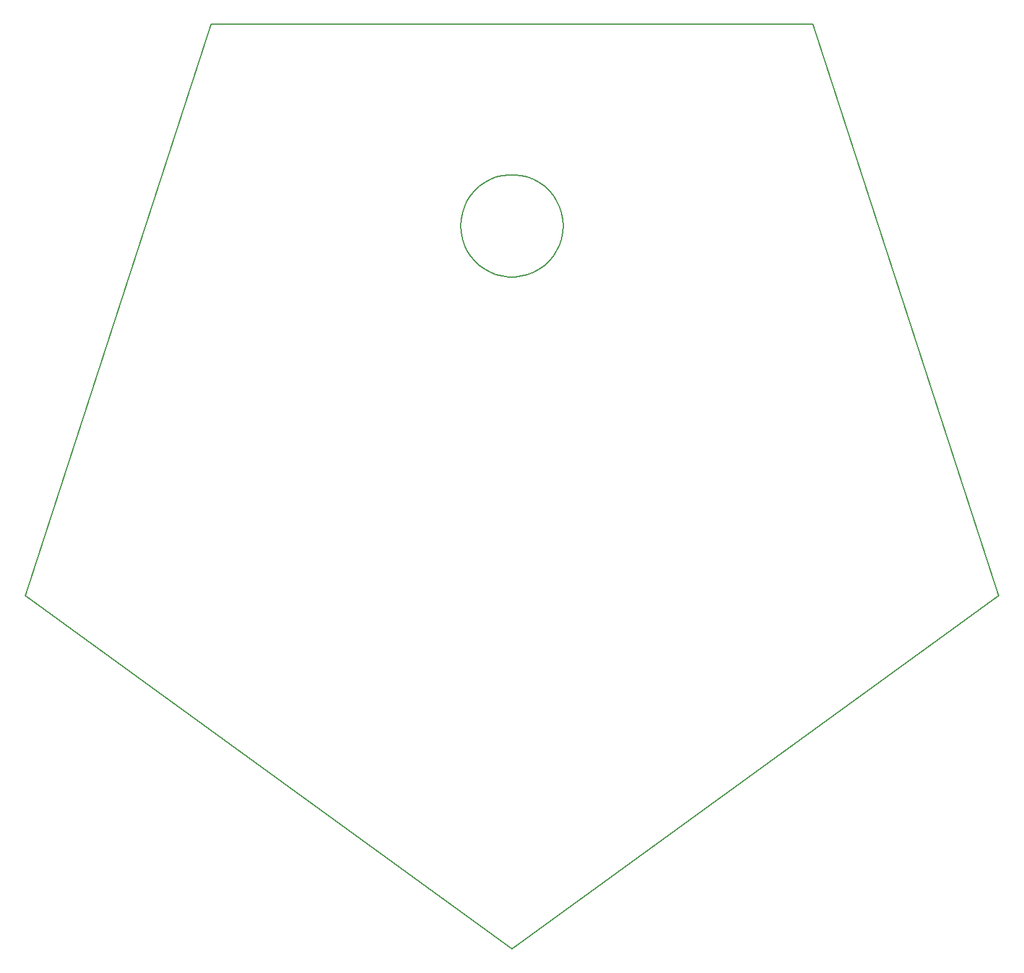
<source format=gm1>
G04 #@! TF.GenerationSoftware,KiCad,Pcbnew,7.0.10-7.0.10~ubuntu23.10.1*
G04 #@! TF.CreationDate,2024-01-06T16:48:24+01:00*
G04 #@! TF.ProjectId,valiant-turtle-2,76616c69-616e-4742-9d74-7572746c652d,rev?*
G04 #@! TF.SameCoordinates,Original*
G04 #@! TF.FileFunction,Profile,NP*
%FSLAX46Y46*%
G04 Gerber Fmt 4.6, Leading zero omitted, Abs format (unit mm)*
G04 Created by KiCad (PCBNEW 7.0.10-7.0.10~ubuntu23.10.1) date 2024-01-06 16:48:24*
%MOMM*%
%LPD*%
G01*
G04 APERTURE LIST*
G04 #@! TA.AperFunction,Profile*
%ADD10C,0.200000*%
G04 #@! TD*
G04 APERTURE END LIST*
D10*
X95546471Y-64302600D02*
X96425529Y-64302600D01*
X98966450Y-77622600D02*
X98149120Y-77946200D01*
X100447960Y-76682400D02*
X99736780Y-77199100D01*
X89205920Y-69548000D02*
X89477580Y-68711900D01*
X89041210Y-70411500D02*
X89205920Y-69548000D01*
X94674340Y-64412800D02*
X95546471Y-64302600D01*
X92235220Y-77199100D02*
X91524040Y-76682400D01*
X93822880Y-64631400D02*
X94674340Y-64412800D01*
X98149120Y-64631400D02*
X98966450Y-64955000D01*
X99736780Y-65378500D02*
X100447960Y-65895200D01*
X102930790Y-70411500D02*
X102986000Y-71288800D01*
X102120140Y-74661100D02*
X101649120Y-75403300D01*
X89851860Y-74661100D02*
X89477580Y-73865700D01*
X93005550Y-77622600D02*
X92235220Y-77199100D01*
X93005550Y-64955000D02*
X93822880Y-64631400D01*
X102494420Y-73865700D02*
X102120140Y-74661100D01*
X101649120Y-67174300D02*
X102120140Y-67916500D01*
X98966450Y-64955000D02*
X99736780Y-65378500D01*
X96425529Y-78275000D02*
X95546471Y-78275000D01*
X102494420Y-68711900D02*
X102766080Y-69548000D01*
X89477580Y-73865700D02*
X89205920Y-73029600D01*
X100447960Y-65895200D02*
X101088770Y-66497000D01*
X97297660Y-78164800D02*
X96425529Y-78275000D01*
X89851860Y-67916500D02*
X90322880Y-67174300D01*
X101088770Y-76080600D02*
X100447960Y-76682400D01*
X98149120Y-77946200D02*
X97297660Y-78164800D01*
X91524040Y-65895200D02*
X92235220Y-65378500D01*
X89477580Y-68711900D02*
X89851860Y-67916500D01*
X162560000Y-121920000D02*
X137131000Y-43657600D01*
X92235220Y-65378500D02*
X93005550Y-64955000D01*
X90322880Y-75403300D02*
X89851860Y-74661100D01*
X29412000Y-121920000D02*
X95986000Y-170288800D01*
X88986000Y-71288800D02*
X89041210Y-70411500D01*
X102766080Y-73029600D02*
X102494420Y-73865700D01*
X90322880Y-67174300D02*
X90883230Y-66497000D01*
X101649120Y-75403300D02*
X101088770Y-76080600D01*
X91524040Y-76682400D02*
X90883230Y-76080600D01*
X137131000Y-43657600D02*
X54841000Y-43657600D01*
X99736780Y-77199100D02*
X98966450Y-77622600D01*
X102120140Y-67916500D02*
X102494420Y-68711900D01*
X54841000Y-43657600D02*
X29412000Y-121920000D01*
X93822880Y-77946200D02*
X93005550Y-77622600D01*
X89205920Y-73029600D02*
X89041210Y-72166100D01*
X95546471Y-78275000D02*
X94674340Y-78164800D01*
X101088770Y-66497000D02*
X101649120Y-67174300D01*
X94674340Y-78164800D02*
X93822880Y-77946200D01*
X102930790Y-72166100D02*
X102766080Y-73029600D01*
X90883230Y-76080600D02*
X90322880Y-75403300D01*
X102986000Y-71288800D02*
X102930790Y-72166100D01*
X95986000Y-170288800D02*
X162560000Y-121920000D01*
X102766080Y-69548000D02*
X102930790Y-70411500D01*
X96425529Y-64302600D02*
X97297660Y-64412800D01*
X89041210Y-72166100D02*
X88986000Y-71288800D01*
X97297660Y-64412800D02*
X98149120Y-64631400D01*
X90883230Y-66497000D02*
X91524040Y-65895200D01*
M02*

</source>
